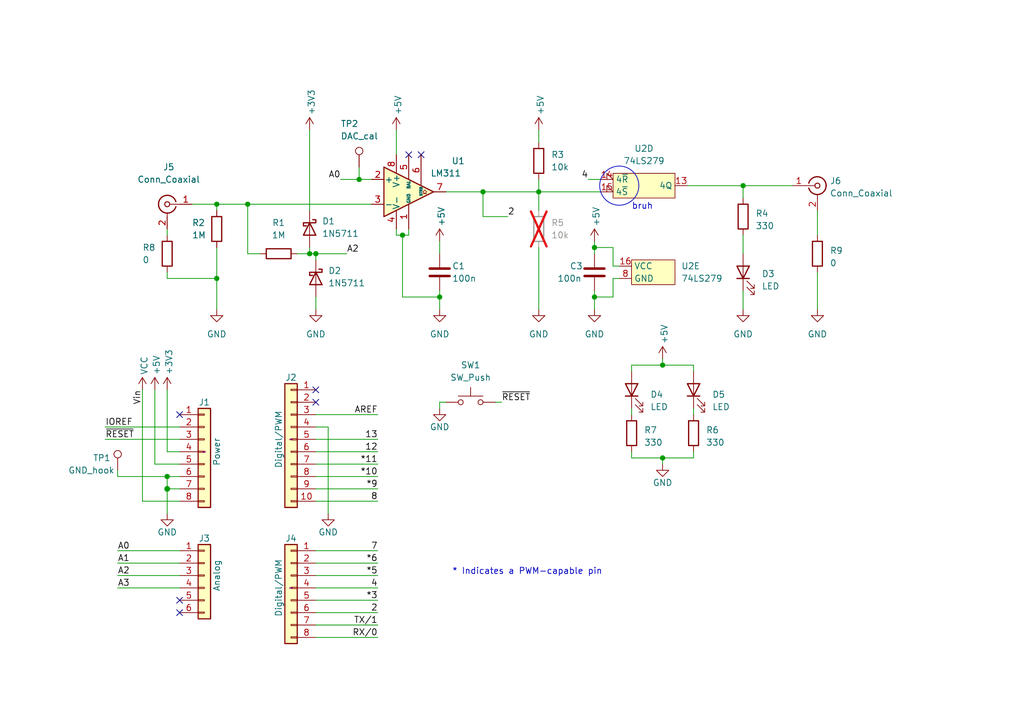
<source format=kicad_sch>
(kicad_sch (version 20230121) (generator eeschema)
  (paper "A5")
  (title_block (title "Pulsed laser ablator PLL Interface") (date "ven. 17 fevr 2023") (rev "2"))
  (lib_symbols
    (symbol "Comparator:LM311" (pin_names (offset 0.127))
      (property "Reference" "U" (at 3.81 6.35 0))
      (property "Value" "LM311" (at 3.81 3.81 0))
      (symbol "LM311_0_1"
        (polyline (pts (xy 5.08 0) (xy -5.08 5.08) (xy -5.08 -5.08) (xy 5.08 0)) (stroke (width 0.254)) (fill (type background)))
        (polyline (pts (xy 3.683 -0.381) (xy 3.302 -0.381) (xy 3.683 0) (xy 3.302 0.381) (xy 2.921 0) (xy 3.302 -0.381) (xy 2.921 -0.381)) (stroke (width 0.127)))
      )
      (symbol "LM311_1_1"
        (pin passive line (at 0 -7.62 90) (length 5.08) (name "GND") (number "1"))
        (pin input line (at -7.62 2.54 0) (length 2.54) (name "+") (number "2"))
        (pin input line (at -7.62 -2.54 0) (length 2.54) (name "-") (number "3"))
        (pin power_in line (at -2.54 -7.62 90) (length 3.81) (name "V-") (number "4"))
        (pin input line (at 0 7.62 270) (length 5.08) (name "BAL") (number "5"))
        (pin input line (at 2.54 7.62 270) (length 6.35) (name "STRB") (number "6"))
        (pin open_collector line (at 7.62 0 180) (length 2.54) (name "~") (number "7"))
        (pin power_in line (at -2.54 7.62 270) (length 3.81) (name "V+") (number "8"))
      )
    )
    (symbol "Connector:Conn_Coaxial" (pin_names (offset 1.016) hide)
      (property "Reference" "J" (at 0.254 3.048 0))
      (property "Value" "Conn_Coaxial" (at 2.921 0 90))
      (symbol "Conn_Coaxial_0_1"
        (arc (start -1.778 -0.508) (mid 0.2311 -1.8066) (end 1.778 0) (stroke (width 0.254)))
        (polyline (pts (xy -2.54 0) (xy -0.508 0)))
        (polyline (pts (xy 0 -2.54) (xy 0 -1.778)))
        (circle (center 0 0) (radius 0.508) (stroke (width 0.2032)))
        (arc (start 1.778 0) (mid 0.2099 1.8101) (end -1.778 0.508) (stroke (width 0.254)))
      )
      (symbol "Conn_Coaxial_1_1"
        (pin passive line (at -5.08 0 0) (length 2.54) (name "In") (number "1"))
        (pin passive line (at 0 -5.08 90) (length 2.54) (name "Ext") (number "2"))
      )
    )
    (symbol "Connector:TestPoint" (pin_numbers hide) (pin_names (offset 0.762) hide)
      (property "Reference" "TP" (at 0 6.858 0))
      (property "Value" "TestPoint" (at 0 5.08 0))
      (symbol "TestPoint_0_1"
        (circle (center 0 3.302) (radius 0.762))
      )
      (symbol "TestPoint_1_1"
        (pin passive line (at 0 0 90) (length 2.54) (name "1") (number "1"))
      )
    )
    (symbol "Connector_Generic:Conn_01x06" (pin_names (offset 1.016) hide)
      (property "Reference" "J" (at 0 7.62 0))
      (property "Value" "Conn_01x06" (at 0 -10.16 0))
      (symbol "Conn_01x06_1_1"
        (rectangle (start -1.27 -7.493) (end 0 -7.747) (stroke (width 0.1524)))
        (rectangle (start -1.27 -4.953) (end 0 -5.207) (stroke (width 0.1524)))
        (rectangle (start -1.27 -2.413) (end 0 -2.667) (stroke (width 0.1524)))
        (rectangle (start -1.27 0.127) (end 0 -0.127) (stroke (width 0.1524)))
        (rectangle (start -1.27 2.667) (end 0 2.413) (stroke (width 0.1524)))
        (rectangle (start -1.27 5.207) (end 0 4.953) (stroke (width 0.1524)))
        (rectangle (start -1.27 6.35) (end 1.27 -8.89) (stroke (width 0.254)) (fill (type background)))
        (pin passive line (at -5.08 5.08 0) (length 3.81) (name "Pin_1") (number "1"))
        (pin passive line (at -5.08 2.54 0) (length 3.81) (name "Pin_2") (number "2"))
        (pin passive line (at -5.08 0 0) (length 3.81) (name "Pin_3") (number "3"))
        (pin passive line (at -5.08 -2.54 0) (length 3.81) (name "Pin_4") (number "4"))
        (pin passive line (at -5.08 -5.08 0) (length 3.81) (name "Pin_5") (number "5"))
        (pin passive line (at -5.08 -7.62 0) (length 3.81) (name "Pin_6") (number "6"))
      )
    )
    (symbol "Connector_Generic:Conn_01x08" (pin_names (offset 1.016) hide)
      (property "Reference" "J" (at 0 10.16 0))
      (property "Value" "Conn_01x08" (at 0 -12.7 0))
      (symbol "Conn_01x08_1_1"
        (rectangle (start -1.27 -10.033) (end 0 -10.287) (stroke (width 0.1524)))
        (rectangle (start -1.27 -7.493) (end 0 -7.747) (stroke (width 0.1524)))
        (rectangle (start -1.27 -4.953) (end 0 -5.207) (stroke (width 0.1524)))
        (rectangle (start -1.27 -2.413) (end 0 -2.667) (stroke (width 0.1524)))
        (rectangle (start -1.27 0.127) (end 0 -0.127) (stroke (width 0.1524)))
        (rectangle (start -1.27 2.667) (end 0 2.413) (stroke (width 0.1524)))
        (rectangle (start -1.27 5.207) (end 0 4.953) (stroke (width 0.1524)))
        (rectangle (start -1.27 7.747) (end 0 7.493) (stroke (width 0.1524)))
        (rectangle (start -1.27 8.89) (end 1.27 -11.43) (stroke (width 0.254)) (fill (type background)))
        (pin passive line (at -5.08 7.62 0) (length 3.81) (name "Pin_1") (number "1"))
        (pin passive line (at -5.08 5.08 0) (length 3.81) (name "Pin_2") (number "2"))
        (pin passive line (at -5.08 2.54 0) (length 3.81) (name "Pin_3") (number "3"))
        (pin passive line (at -5.08 0 0) (length 3.81) (name "Pin_4") (number "4"))
        (pin passive line (at -5.08 -2.54 0) (length 3.81) (name "Pin_5") (number "5"))
        (pin passive line (at -5.08 -5.08 0) (length 3.81) (name "Pin_6") (number "6"))
        (pin passive line (at -5.08 -7.62 0) (length 3.81) (name "Pin_7") (number "7"))
        (pin passive line (at -5.08 -10.16 0) (length 3.81) (name "Pin_8") (number "8"))
      )
    )
    (symbol "Connector_Generic:Conn_01x10" (pin_names (offset 1.016) hide)
      (property "Reference" "J" (at 0 12.7 0))
      (property "Value" "Conn_01x10" (at 0 -15.24 0))
      (symbol "Conn_01x10_1_1"
        (rectangle (start -1.27 -12.573) (end 0 -12.827) (stroke (width 0.1524)))
        (rectangle (start -1.27 -10.033) (end 0 -10.287) (stroke (width 0.1524)))
        (rectangle (start -1.27 -7.493) (end 0 -7.747) (stroke (width 0.1524)))
        (rectangle (start -1.27 -4.953) (end 0 -5.207) (stroke (width 0.1524)))
        (rectangle (start -1.27 -2.413) (end 0 -2.667) (stroke (width 0.1524)))
        (rectangle (start -1.27 0.127) (end 0 -0.127) (stroke (width 0.1524)))
        (rectangle (start -1.27 2.667) (end 0 2.413) (stroke (width 0.1524)))
        (rectangle (start -1.27 5.207) (end 0 4.953) (stroke (width 0.1524)))
        (rectangle (start -1.27 7.747) (end 0 7.493) (stroke (width 0.1524)))
        (rectangle (start -1.27 10.287) (end 0 10.033) (stroke (width 0.1524)))
        (rectangle (start -1.27 11.43) (end 1.27 -13.97) (stroke (width 0.254)) (fill (type background)))
        (pin passive line (at -5.08 10.16 0) (length 3.81) (name "Pin_1") (number "1"))
        (pin passive line (at -5.08 -12.7 0) (length 3.81) (name "Pin_10") (number "10"))
        (pin passive line (at -5.08 7.62 0) (length 3.81) (name "Pin_2") (number "2"))
        (pin passive line (at -5.08 5.08 0) (length 3.81) (name "Pin_3") (number "3"))
        (pin passive line (at -5.08 2.54 0) (length 3.81) (name "Pin_4") (number "4"))
        (pin passive line (at -5.08 0 0) (length 3.81) (name "Pin_5") (number "5"))
        (pin passive line (at -5.08 -2.54 0) (length 3.81) (name "Pin_6") (number "6"))
        (pin passive line (at -5.08 -5.08 0) (length 3.81) (name "Pin_7") (number "7"))
        (pin passive line (at -5.08 -7.62 0) (length 3.81) (name "Pin_8") (number "8"))
        (pin passive line (at -5.08 -10.16 0) (length 3.81) (name "Pin_9") (number "9"))
      )
    )
    (symbol "Device:C" (pin_numbers hide) (pin_names (offset 0.254))
      (property "Reference" "C" (at 0.635 2.54 0))
      (property "Value" "C" (at 0.635 -2.54 0))
      (symbol "C_0_1"
        (polyline (pts (xy -2.032 -0.762) (xy 2.032 -0.762)) (stroke (width 0.508)))
        (polyline (pts (xy -2.032 0.762) (xy 2.032 0.762)) (stroke (width 0.508)))
      )
      (symbol "C_1_1"
        (pin passive line (at 0 3.81 270) (length 2.794) (name "~") (number "1"))
        (pin passive line (at 0 -3.81 90) (length 2.794) (name "~") (number "2"))
      )
    )
    (symbol "Device:D_Schottky" (pin_numbers hide) (pin_names (offset 1.016) hide)
      (property "Reference" "D" (at 0 2.54 0))
      (property "Value" "D_Schottky" (at 0 -2.54 0))
      (symbol "D_Schottky_0_1"
        (polyline (pts (xy 1.27 0) (xy -1.27 0)))
        (polyline (pts (xy 1.27 1.27) (xy 1.27 -1.27) (xy -1.27 0) (xy 1.27 1.27)) (stroke (width 0.254)))
        (polyline (pts (xy -1.905 0.635) (xy -1.905 1.27) (xy -1.27 1.27) (xy -1.27 -1.27) (xy -0.635 -1.27) (xy -0.635 -0.635)) (stroke (width 0.254)))
      )
      (symbol "D_Schottky_1_1"
        (pin passive line (at -3.81 0 0) (length 2.54) (name "K") (number "1"))
        (pin passive line (at 3.81 0 180) (length 2.54) (name "A") (number "2"))
      )
    )
    (symbol "Device:LED" (pin_numbers hide) (pin_names (offset 1.016) hide)
      (property "Reference" "D" (at 0 2.54 0))
      (property "Value" "LED" (at 0 -2.54 0))
      (symbol "LED_0_1"
        (polyline (pts (xy -1.27 -1.27) (xy -1.27 1.27)) (stroke (width 0.254)))
        (polyline (pts (xy -1.27 0) (xy 1.27 0)))
        (polyline (pts (xy 1.27 -1.27) (xy 1.27 1.27) (xy -1.27 0) (xy 1.27 -1.27)) (stroke (width 0.254)))
        (polyline (pts (xy -3.048 -0.762) (xy -4.572 -2.286) (xy -3.81 -2.286) (xy -4.572 -2.286) (xy -4.572 -1.524)))
        (polyline (pts (xy -1.778 -0.762) (xy -3.302 -2.286) (xy -2.54 -2.286) (xy -3.302 -2.286) (xy -3.302 -1.524)))
      )
      (symbol "LED_1_1"
        (pin passive line (at -3.81 0 0) (length 2.54) (name "K") (number "1"))
        (pin passive line (at 3.81 0 180) (length 2.54) (name "A") (number "2"))
      )
    )
    (symbol "Device:R" (pin_numbers hide) (pin_names (offset 0))
      (property "Reference" "R" (at 2.032 0 90))
      (property "Value" "R" (at 0 0 90))
      (symbol "R_0_1"
        (rectangle (start -1.016 -2.54) (end 1.016 2.54) (stroke (width 0.254)))
      )
      (symbol "R_1_1"
        (pin passive line (at 0 3.81 270) (length 1.27) (name "~") (number "1"))
        (pin passive line (at 0 -3.81 90) (length 1.27) (name "~") (number "2"))
      )
    )
    (symbol "Switch:SW_Push" (pin_numbers hide) (pin_names (offset 1.016) hide)
      (property "Reference" "SW" (at 1.27 2.54 0))
      (property "Value" "SW_Push" (at 0 -1.524 0))
      (symbol "SW_Push_0_1"
        (circle (center -2.032 0) (radius 0.508))
        (polyline (pts (xy 0 1.27) (xy 0 3.048)))
        (polyline (pts (xy 2.54 1.27) (xy -2.54 1.27)))
        (circle (center 2.032 0) (radius 0.508))
        (pin passive line (at -5.08 0 0) (length 2.54) (name "1") (number "1"))
        (pin passive line (at 5.08 0 180) (length 2.54) (name "2") (number "2"))
      )
    )
    (symbol "comprovat_parts:74LS279"
      (property "Reference" "U" (at -5.08 5.08 0))
      (property "Value" "74LS279" (at 2.54 -5.08 0))
      (symbol "74LS279_1_1"
        (rectangle (start -6.35 3.81) (end 6.35 -3.81) (fill (type background)))
        (pin input input_low (at -8.89 2.54 0) (length 2.54) (name "1~{R}") (number "1"))
        (pin input input_low (at -8.89 0 0) (length 2.54) (name "1~{S}1") (number "2"))
        (pin input input_low (at -8.89 -2.54 0) (length 2.54) (name "1~{S}2") (number "3"))
        (pin output line (at 8.89 0 180) (length 2.54) (name "1Q") (number "4"))
      )
      (symbol "74LS279_2_1"
        (rectangle (start -6.35 2.54) (end 6.35 -2.54) (fill (type background)))
        (pin input input_low (at -8.89 1.27 0) (length 2.54) (name "2~{R}") (number "5"))
        (pin input input_low (at -8.89 -1.27 0) (length 2.54) (name "2~{S}") (number "6"))
        (pin output line (at 8.89 0 180) (length 2.54) (name "2Q") (number "7"))
      )
      (symbol "74LS279_3_1"
        (rectangle (start -6.35 3.81) (end 6.35 -3.81) (fill (type background)))
        (pin input input_low (at -8.89 2.54 0) (length 2.54) (name "3~{R}") (number "10"))
        (pin input input_low (at -8.89 0 0) (length 2.54) (name "3~{S}1") (number "11"))
        (pin input input_low (at -8.89 -2.54 0) (length 2.54) (name "3~{S}2") (number "12"))
        (pin output line (at 8.89 0 180) (length 2.54) (name "3Q") (number "9"))
      )
      (symbol "74LS279_4_1"
        (rectangle (start -6.35 2.54) (end 6.35 -2.54) (fill (type background)))
        (pin output line (at 8.89 0 180) (length 2.54) (name "4Q") (number "13"))
        (pin input input_low (at -8.89 1.27 0) (length 2.54) (name "4~{R}") (number "14"))
        (pin input input_low (at -8.89 -1.27 0) (length 2.54) (name "4~{S}") (number "15"))
      )
      (symbol "74LS279_5_1"
        (rectangle (start -2.54 2.54) (end 6.35 -2.54) (fill (type background)))
        (rectangle (start 6.35 -1.27) (end 6.35 -1.27))
        (pin power_in line (at -5.08 1.27 0) (length 2.54) (name "VCC") (number "16"))
        (pin power_out line (at -5.08 -1.27 0) (length 2.54) (name "GND") (number "8"))
      )
    )
    (symbol "power:+3V3" (power) (pin_names (offset 0))
      (property "Value" "+3V3" (at 0 3.556 0))
      (symbol "+3V3_0_1"
        (polyline (pts (xy -0.762 1.27) (xy 0 2.54)))
        (polyline (pts (xy 0 0) (xy 0 2.54)))
        (polyline (pts (xy 0 2.54) (xy 0.762 1.27)))
      )
      (symbol "+3V3_1_1"
        (pin power_in line (at 0 0 90) (length 0) hide (name "+3V3") (number "1"))
      )
    )
    (symbol "power:+5V" (power) (pin_names (offset 0))
      (property "Value" "+5V" (at 0 3.556 0))
      (symbol "+5V_0_1"
        (polyline (pts (xy -0.762 1.27) (xy 0 2.54)))
        (polyline (pts (xy 0 0) (xy 0 2.54)))
        (polyline (pts (xy 0 2.54) (xy 0.762 1.27)))
      )
      (symbol "+5V_1_1"
        (pin power_in line (at 0 0 90) (length 0) hide (name "+5V") (number "1"))
      )
    )
    (symbol "power:GND" (power) (pin_names (offset 0))
      (property "Value" "GND" (at 0 -3.81 0))
      (symbol "GND_0_1"
        (polyline (pts (xy 0 0) (xy 0 -1.27) (xy 1.27 -1.27) (xy 0 -2.54) (xy -1.27 -1.27) (xy 0 -1.27)))
      )
      (symbol "GND_1_1"
        (pin power_in line (at 0 0 270) (length 0) hide (name "GND") (number "1"))
      )
    )
    (symbol "power:VCC" (power) (pin_names (offset 0))
      (property "Value" "VCC" (at 0 3.81 0))
      (symbol "VCC_0_1"
        (polyline (pts (xy -0.762 1.27) (xy 0 2.54)))
        (polyline (pts (xy 0 0) (xy 0 2.54)))
        (polyline (pts (xy 0 2.54) (xy 0.762 1.27)))
      )
      (symbol "VCC_1_1"
        (pin power_in line (at 0 0 90) (length 0) hide (name "VCC") (number "1"))
      )
    )
  )
  (junction (at 90.17 60.96))
  (junction (at 34.29 97.79))
  (junction (at 34.29 100.33) (diameter 1.016))
  (junction (at 44.45 41.91))
  (junction (at 99.06 39.37))
  (junction (at 63.5 52.07))
  (junction (at 135.89 93.98))
  (junction (at 121.92 60.96))
  (junction (at 82.55 48.26))
  (junction (at 135.89 74.93))
  (junction (at 50.8 41.91))
  (junction (at 73.66 36.83))
  (junction (at 44.45 57.15))
  (junction (at 110.49 39.37))
  (junction (at 121.92 50.8))
  (junction (at 152.4 38.1))
  (junction (at 64.77 52.07))
  (no_connect (at 64.77 82.55))
  (no_connect (at 86.36 31.75))
  (no_connect (at 36.83 123.19))
  (no_connect (at 64.77 80.01))
  (no_connect (at 83.82 31.75))
  (no_connect (at 36.83 125.73))
  (no_connect (at 36.83 85.09))
  (wire (pts (xy 64.77 130.81) (xy 77.47 130.81)))
  (wire (pts (xy 125.73 60.96) (xy 125.73 57.15)))
  (wire (pts (xy 64.77 97.79) (xy 77.47 97.79)))
  (wire (pts (xy 63.5 52.07) (xy 64.77 52.07)))
  (wire (pts (xy 167.64 43.18) (xy 167.64 48.26)))
  (wire (pts (xy 81.28 26.67) (xy 81.28 31.75)))
  (wire (pts (xy 34.29 97.79) (xy 34.29 100.33)))
  (wire (pts (xy 142.24 83.82) (xy 142.24 85.09)))
  (wire (pts (xy 82.55 48.26) (xy 82.55 60.96)))
  (wire (pts (xy 53.34 52.07) (xy 50.8 52.07)))
  (wire (pts (xy 34.29 100.33) (xy 34.29 105.41)))
  (wire (pts (xy 34.29 92.71) (xy 36.83 92.71)))
  (wire (pts (xy 31.75 95.25) (xy 36.83 95.25)))
  (wire (pts (xy 167.64 55.88) (xy 167.64 63.5)))
  (wire (pts (xy 31.75 80.01) (xy 31.75 95.25)))
  (wire (pts (xy 152.4 48.26) (xy 152.4 52.07)))
  (wire (pts (xy 64.77 90.17) (xy 77.47 90.17)))
  (wire (pts (xy 91.44 39.37) (xy 99.06 39.37)))
  (wire (pts (xy 34.29 80.01) (xy 34.29 92.71)))
  (wire (pts (xy 64.77 113.03) (xy 77.47 113.03)))
  (wire (pts (xy 44.45 50.8) (xy 44.45 57.15)))
  (wire (pts (xy 36.83 113.03) (xy 24.13 113.03)))
  (wire (pts (xy 64.77 92.71) (xy 77.47 92.71)))
  (wire (pts (xy 99.06 39.37) (xy 110.49 39.37)))
  (wire (pts (xy 50.8 41.91) (xy 76.2 41.91)))
  (wire (pts (xy 64.77 115.57) (xy 77.47 115.57)))
  (wire (pts (xy 90.17 59.69) (xy 90.17 60.96)))
  (wire (pts (xy 81.28 46.99) (xy 81.28 48.26)))
  (wire (pts (xy 110.49 39.37) (xy 110.49 43.18)))
  (wire (pts (xy 110.49 36.83) (xy 110.49 39.37)))
  (wire (pts (xy 73.66 34.29) (xy 73.66 36.83)))
  (wire (pts (xy 64.77 60.96) (xy 64.77 63.5)))
  (wire (pts (xy 34.29 46.99) (xy 34.29 48.26)))
  (wire (pts (xy 34.29 57.15) (xy 44.45 57.15)))
  (wire (pts (xy 64.77 100.33) (xy 77.47 100.33)))
  (wire (pts (xy 34.29 55.88) (xy 34.29 57.15)))
  (wire (pts (xy 142.24 92.71) (xy 142.24 93.98)))
  (wire (pts (xy 81.28 48.26) (xy 82.55 48.26)))
  (wire (pts (xy 64.77 120.65) (xy 77.47 120.65)))
  (wire (pts (xy 90.17 49.53) (xy 90.17 52.07)))
  (wire (pts (xy 129.54 92.71) (xy 129.54 93.98)))
  (wire (pts (xy 21.59 87.63) (xy 36.83 87.63)))
  (wire (pts (xy 121.92 60.96) (xy 125.73 60.96)))
  (wire (pts (xy 135.89 95.25) (xy 135.89 93.98)))
  (wire (pts (xy 90.17 83.82) (xy 90.17 82.55)))
  (wire (pts (xy 125.73 57.15) (xy 127 57.15)))
  (wire (pts (xy 135.89 93.98) (xy 142.24 93.98)))
  (wire (pts (xy 125.73 50.8) (xy 121.92 50.8)))
  (wire (pts (xy 67.31 87.63) (xy 67.31 105.41)))
  (wire (pts (xy 99.06 39.37) (xy 99.06 44.45)))
  (wire (pts (xy 110.49 50.8) (xy 110.49 63.5)))
  (wire (pts (xy 127 54.61) (xy 125.73 54.61)))
  (wire (pts (xy 50.8 41.91) (xy 50.8 52.07)))
  (wire (pts (xy 64.77 85.09) (xy 77.47 85.09)))
  (wire (pts (xy 120.65 36.83) (xy 123.19 36.83)))
  (wire (pts (xy 152.4 59.69) (xy 152.4 63.5)))
  (wire (pts (xy 135.89 74.93) (xy 142.24 74.93)))
  (wire (pts (xy 121.92 60.96) (xy 121.92 63.5)))
  (wire (pts (xy 90.17 60.96) (xy 90.17 63.5)))
  (wire (pts (xy 73.66 36.83) (xy 76.2 36.83)))
  (wire (pts (xy 36.83 118.11) (xy 24.13 118.11)))
  (wire (pts (xy 21.59 90.17) (xy 36.83 90.17)))
  (wire (pts (xy 82.55 60.96) (xy 90.17 60.96)))
  (wire (pts (xy 24.13 97.79) (xy 34.29 97.79)))
  (wire (pts (xy 36.83 100.33) (xy 34.29 100.33)))
  (wire (pts (xy 44.45 41.91) (xy 50.8 41.91)))
  (wire (pts (xy 121.92 59.69) (xy 121.92 60.96)))
  (wire (pts (xy 135.89 73.66) (xy 135.89 74.93)))
  (wire (pts (xy 129.54 74.93) (xy 129.54 76.2)))
  (wire (pts (xy 83.82 46.99) (xy 83.82 48.26)))
  (wire (pts (xy 36.83 102.87) (xy 29.21 102.87)))
  (wire (pts (xy 110.49 26.67) (xy 110.49 29.21)))
  (wire (pts (xy 110.49 39.37) (xy 123.19 39.37)))
  (wire (pts (xy 24.13 115.57) (xy 36.83 115.57)))
  (wire (pts (xy 44.45 57.15) (xy 44.45 63.5)))
  (wire (pts (xy 152.4 38.1) (xy 162.56 38.1)))
  (wire (pts (xy 63.5 26.67) (xy 63.5 43.18)))
  (wire (pts (xy 125.73 54.61) (xy 125.73 50.8)))
  (wire (pts (xy 64.77 52.07) (xy 71.12 52.07)))
  (wire (pts (xy 60.96 52.07) (xy 63.5 52.07)))
  (wire (pts (xy 64.77 87.63) (xy 67.31 87.63)))
  (wire (pts (xy 36.83 97.79) (xy 34.29 97.79)))
  (wire (pts (xy 152.4 38.1) (xy 152.4 40.64)))
  (wire (pts (xy 64.77 95.25) (xy 77.47 95.25)))
  (wire (pts (xy 63.5 50.8) (xy 63.5 52.07)))
  (wire (pts (xy 104.14 44.45) (xy 99.06 44.45)))
  (wire (pts (xy 142.24 76.2) (xy 142.24 74.93)))
  (wire (pts (xy 64.77 118.11) (xy 77.47 118.11)))
  (wire (pts (xy 24.13 120.65) (xy 36.83 120.65)))
  (wire (pts (xy 140.97 38.1) (xy 152.4 38.1)))
  (wire (pts (xy 121.92 50.8) (xy 121.92 52.07)))
  (wire (pts (xy 101.6 82.55) (xy 102.87 82.55)))
  (wire (pts (xy 82.55 48.26) (xy 83.82 48.26)))
  (wire (pts (xy 24.13 96.52) (xy 24.13 97.79)))
  (wire (pts (xy 44.45 41.91) (xy 44.45 43.18)))
  (wire (pts (xy 64.77 125.73) (xy 77.47 125.73)))
  (wire (pts (xy 64.77 123.19) (xy 77.47 123.19)))
  (wire (pts (xy 90.17 82.55) (xy 91.44 82.55)))
  (wire (pts (xy 121.92 49.53) (xy 121.92 50.8)))
  (wire (pts (xy 135.89 93.98) (xy 129.54 93.98)))
  (wire (pts (xy 39.37 41.91) (xy 44.45 41.91)))
  (wire (pts (xy 135.89 74.93) (xy 129.54 74.93)))
  (wire (pts (xy 69.85 36.83) (xy 73.66 36.83)))
  (wire (pts (xy 64.77 53.34) (xy 64.77 52.07)))
  (wire (pts (xy 64.77 128.27) (xy 77.47 128.27)))
  (wire (pts (xy 29.21 102.87) (xy 29.21 80.01)))
  (wire (pts (xy 129.54 83.82) (xy 129.54 85.09)))
  (wire (pts (xy 64.77 102.87) (xy 77.47 102.87)))
  (circle (center 127 38.1) (radius 4.0161))
  (text "bruh" (at 129.54 43.18 0) (effects (font (size 1.27 1.27)) (justify left bottom)))
  (text "* Indicates a PWM-capable pin" (at 92.71 118.11 0) (effects (font (size 1.27 1.27)) (justify left bottom)))
  (label "RX{slash}0" (at 77.47 130.81 180))
  (label "A2" (at 24.13 118.11 0))
  (label "4" (at 77.47 120.65 180))
  (label "2" (at 77.47 125.73 180))
  (label "A3" (at 24.13 120.65 0))
  (label "13" (at 77.47 90.17 180))
  (label "12" (at 77.47 92.71 180))
  (label "~{RESET}" (at 102.87 82.55 0))
  (label "~{RESET}" (at 21.59 90.17 0))
  (label "*10" (at 77.47 97.79 180))
  (label "A2" (at 71.12 52.07 0))
  (label "4" (at 120.65 36.83 180))
  (label "A0" (at 69.85 36.83 180))
  (label "7" (at 77.47 113.03 180))
  (label "8" (at 77.47 102.87 180))
  (label "*11" (at 77.47 95.25 180))
  (label "*3" (at 77.47 123.19 180))
  (label "A1" (at 24.13 115.57 0))
  (label "TX{slash}1" (at 77.47 128.27 180))
  (label "A0" (at 24.13 113.03 0))
  (label "AREF" (at 77.47 85.09 180))
  (label "2" (at 104.14 44.45 0))
  (label "Vin" (at 29.21 80.01 270))
  (label "*6" (at 77.47 115.57 180))
  (label "*9" (at 77.47 100.33 180))
  (label "*5" (at 77.47 118.11 180))
  (label "IOREF" (at 21.59 87.63 0))
  (symbol (lib_id "Connector_Generic:Conn_01x08") (at 41.91 92.71 0) (unit 1)
    (property "Reference" "J1" (at 41.91 82.55 0))
    (property "Value" "Power" (at 44.45 92.71 90))
    (property "Footprint" "Connector_PinHeader_2.54mm:PinHeader_1x08_P2.54mm_Vertical" (effects hide))
    (property "Datasheet" "~" (at 41.91 92.71 0))
  )
  (symbol (lib_id "power:+3V3") (at 34.29 80.01 0) (unit 1)
    (property "Reference" "#PWR03" (effects hide))
    (property "Value" "+3.3V" (at 34.671 76.962 90) (effects (justify left)))
  )
  (symbol (lib_id "power:+5V") (at 31.75 80.01 0) (unit 1)
    (property "Reference" "#PWR02" (effects hide))
    (property "Value" "+5V" (at 32.1056 76.962 90) (effects (justify left)))
  )
  (symbol (lib_id "power:GND") (at 34.29 105.41 0) (unit 1)
    (property "Reference" "#PWR04" (effects hide))
    (property "Value" "GND" (at 34.29 109.22 0))
  )
  (symbol (lib_id "Connector_Generic:Conn_01x10") (at 59.69 90.17 0) (mirror y) (unit 1)
    (property "Reference" "J2" (at 59.69 77.47 0))
    (property "Value" "Digital/PWM" (at 57.15 90.17 90))
    (property "Footprint" "Connector_PinHeader_2.54mm:PinHeader_1x10_P2.54mm_Vertical" (effects hide))
    (property "Datasheet" "~" (at 59.69 90.17 0))
  )
  (symbol (lib_id "power:GND") (at 67.31 105.41 0) (unit 1)
    (property "Reference" "#PWR05" (effects hide))
    (property "Value" "GND" (at 67.31 109.22 0))
  )
  (symbol (lib_id "Connector_Generic:Conn_01x06") (at 41.91 118.11 0) (unit 1)
    (property "Reference" "J3" (at 41.91 110.49 0))
    (property "Value" "Analog" (at 44.45 118.11 90))
    (property "Footprint" "Connector_PinHeader_2.54mm:PinHeader_1x06_P2.54mm_Vertical" (effects hide))
  )
  (symbol (lib_id "Connector_Generic:Conn_01x08") (at 59.69 120.65 0) (mirror y) (unit 1)
    (property "Reference" "J4" (at 59.69 110.49 0))
    (property "Value" "Digital/PWM" (at 57.15 120.65 90))
    (property "Footprint" "Connector_PinHeader_2.54mm:PinHeader_1x08_P2.54mm_Vertical" (effects hide))
    (property "Datasheet" "~" (at 59.69 120.65 0))
  )
  (symbol (lib_id "power:GND") (at 90.17 63.5 0) (unit 1)
    (property "Reference" "#PWR012" (effects hide))
    (property "Value" "GND" (at 90.17 68.58 0))
  )
  (symbol (lib_id "power:GND") (at 167.64 63.5 0) (unit 1)
    (property "Reference" "#PWR017" (effects hide))
    (property "Value" "GND" (at 167.64 68.58 0))
  )
  (symbol (lib_id "Device:LED") (at 129.54 80.01 90) (unit 1)
    (property "Reference" "D4" (at 133.35 80.9625 90) (effects (justify right)))
    (property "Value" "LED" (at 133.35 83.5025 90) (effects (justify right)))
    (property "Footprint" "LED_SMD:LED_0805_2012Metric_Pad1.15x1.40mm_HandSolder" (effects hide))
  )
  (symbol (lib_id "power:+5V") (at 121.92 49.53 0) (unit 1)
    (property "Reference" "#PWR014" (effects hide))
    (property "Value" "+5V" (at 122.2756 46.482 90) (effects (justify left)))
  )
  (symbol (lib_id "Connector:TestPoint") (at 73.66 34.29 0) (unit 1)
    (property "Reference" "TP2" (at 69.85 25.4 0) (effects (justify left)))
    (property "Value" "DAC_cal" (at 69.85 27.94 0) (effects (justify left)))
    (property "Footprint" "Connector_PinHeader_2.54mm:PinHeader_1x01_P2.54mm_Vertical" (effects hide))
  )
  (symbol (lib_id "Device:R") (at 57.15 52.07 90) (unit 1)
    (property "Reference" "R1" (at 57.15 45.72 90))
    (property "Value" "1M" (at 57.15 48.26 90))
    (property "Footprint" "Resistor_SMD:R_0805_2012Metric_Pad1.20x1.40mm_HandSolder" (effects hide))
  )
  (symbol (lib_id "Device:LED") (at 142.24 80.01 90) (unit 1)
    (property "Reference" "D5" (at 146.05 80.9625 90) (effects (justify right)))
    (property "Value" "LED" (at 146.05 83.5025 90) (effects (justify right)))
    (property "Footprint" "LED_SMD:LED_0805_2012Metric_Pad1.15x1.40mm_HandSolder" (effects hide))
  )
  (symbol (lib_id "Device:C") (at 121.92 55.88 0) (unit 1)
    (property "Reference" "C3" (at 116.84 54.61 0) (effects (justify left)))
    (property "Value" "100n" (at 114.3 57.15 0) (effects (justify left)))
    (property "Footprint" "Capacitor_SMD:C_0805_2012Metric_Pad1.18x1.45mm_HandSolder" (effects hide))
  )
  (symbol (lib_id "power:+5V") (at 110.49 26.67 0) (unit 1)
    (property "Reference" "#PWR013" (effects hide))
    (property "Value" "+5V" (at 110.8456 23.622 90) (effects (justify left)))
  )
  (symbol (lib_id "power:GND") (at 110.49 63.5 0) (unit 1)
    (property "Reference" "#PWR018" (effects hide))
    (property "Value" "GND" (at 110.49 68.58 0))
  )
  (symbol (lib_id "power:VCC") (at 29.21 80.01 0) (unit 1)
    (property "Reference" "#PWR01" (effects hide))
    (property "Value" "VCC" (at 29.591 76.962 90) (effects (justify left)))
  )
  (symbol (lib_id "Connector:Conn_Coaxial") (at 34.29 41.91 0) (mirror y) (unit 1)
    (property "Reference" "J5" (at 34.6074 34.29 0))
    (property "Value" "Conn_Coaxial" (at 34.6074 36.83 0))
    (property "Footprint" "Connector_Coaxial:BNC_Amphenol_B6252HB-NPP3G-50_Horizontal" (effects hide))
    (property "Datasheet" " ~" (effects hide))
  )
  (symbol (lib_id "power:GND") (at 121.92 63.5 0) (unit 1)
    (property "Reference" "#PWR015" (effects hide))
    (property "Value" "GND" (at 121.92 68.58 0))
  )
  (symbol (lib_id "Switch:SW_Push") (at 96.52 82.55 0) (unit 1)
    (property "Reference" "SW1" (at 96.52 74.93 0))
    (property "Value" "SW_Push" (at 96.52 77.47 0))
    (property "Footprint" "Button_Switch_THT:SW_Tactile_SPST_Angled_PTS645Vx39-2LFS" (effects hide))
  )
  (symbol (lib_id "power:+5V") (at 81.28 26.67 0) (unit 1)
    (property "Reference" "#PWR010" (effects hide))
    (property "Value" "+5V" (at 81.6356 23.622 90) (effects (justify left)))
  )
  (symbol (lib_id "Device:C") (at 90.17 55.88 0) (unit 1)
    (property "Reference" "C1" (at 92.71 54.61 0) (effects (justify left)))
    (property "Value" "100n" (at 92.71 57.15 0) (effects (justify left)))
    (property "Footprint" "Capacitor_SMD:C_0805_2012Metric_Pad1.18x1.45mm_HandSolder" (effects hide))
  )
  (symbol (lib_id "power:+5V") (at 90.17 49.53 0) (unit 1)
    (property "Reference" "#PWR011" (effects hide))
    (property "Value" "+5V" (at 90.5256 46.482 90) (effects (justify left)))
  )
  (symbol (lib_id "power:+5V") (at 135.89 73.66 0) (unit 1)
    (property "Reference" "#PWR020" (effects hide))
    (property "Value" "+5V" (at 136.2456 70.612 90) (effects (justify left)))
  )
  (symbol (lib_id "comprovat_parts:74LS279") (at 132.08 55.88 0) (unit 5)
    (property "Reference" "U2" (at 139.7 54.6099 0) (effects (justify left)))
    (property "Value" "74LS279" (at 139.7 57.1499 0) (effects (justify left)))
    (property "Footprint" "Package_DIP:DIP-16_W7.62mm_Socket_LongPads" (effects hide))
  )
  (symbol (lib_id "power:GND") (at 90.17 83.82 0) (unit 1)
    (property "Reference" "#PWR0101" (effects hide))
    (property "Value" "GND" (at 90.17 87.63 0))
  )
  (symbol (lib_id "power:GND") (at 44.45 63.5 0) (unit 1)
    (property "Reference" "#PWR09" (effects hide))
    (property "Value" "GND" (at 44.45 68.58 0))
  )
  (symbol (lib_id "Connector:Conn_Coaxial") (at 167.64 38.1 0) (unit 1)
    (property "Reference" "J6" (at 170.18 37.1231 0) (effects (justify left)))
    (property "Value" "Conn_Coaxial" (at 170.18 39.6631 0) (effects (justify left)))
    (property "Footprint" "Connector_Coaxial:BNC_Amphenol_B6252HB-NPP3G-50_Horizontal" (effects hide))
    (property "Datasheet" " ~" (effects hide))
  )
  (symbol (lib_id "Device:D_Schottky") (at 63.5 46.99 270) (unit 1)
    (property "Reference" "D1" (at 66.04 45.4024 90) (effects (justify left)))
    (property "Value" "1N5711" (at 66.04 47.9424 90) (effects (justify left)))
    (property "Footprint" "Diode_SMD:D_SOD-123" (effects hide))
  )
  (symbol (lib_id "Device:R") (at 34.29 52.07 0) (unit 1)
    (property "Reference" "R8" (at 29.21 50.8 0) (effects (justify left)))
    (property "Value" "0" (at 29.21 53.34 0) (effects (justify left)))
    (property "Footprint" "Resistor_SMD:R_0805_2012Metric_Pad1.20x1.40mm_HandSolder" (effects hide))
  )
  (symbol (lib_id "Device:D_Schottky") (at 64.77 57.15 270) (unit 1)
    (property "Reference" "D2" (at 67.31 55.5624 90) (effects (justify left)))
    (property "Value" "1N5711" (at 67.31 58.1024 90) (effects (justify left)))
    (property "Footprint" "Diode_SMD:D_SOD-123" (effects hide))
  )
  (symbol (lib_id "Device:R") (at 167.64 52.07 0) (unit 1)
    (property "Reference" "R9" (at 170.18 51.435 0) (effects (justify left)))
    (property "Value" "0" (at 170.18 53.975 0) (effects (justify left)))
    (property "Footprint" "Resistor_SMD:R_0805_2012Metric_Pad1.20x1.40mm_HandSolder" (effects hide))
  )
  (symbol (lib_id "Device:R") (at 142.24 88.9 180) (unit 1)
    (property "Reference" "R6" (at 144.78 88.265 0) (effects (justify right)))
    (property "Value" "330" (at 144.78 90.805 0) (effects (justify right)))
    (property "Footprint" "Resistor_SMD:R_0805_2012Metric_Pad1.20x1.40mm_HandSolder" (effects hide))
  )
  (symbol (lib_id "Device:LED") (at 152.4 55.88 90) (unit 1)
    (property "Reference" "D3" (at 156.21 56.1974 90) (effects (justify right)))
    (property "Value" "LED" (at 156.21 58.7374 90) (effects (justify right)))
    (property "Footprint" "LED_THT:LED_D5.0mm" (effects hide))
  )
  (symbol (lib_id "power:GND") (at 64.77 63.5 0) (unit 1)
    (property "Reference" "#PWR08" (effects hide))
    (property "Value" "GND" (at 64.77 68.58 0))
  )
  (symbol (lib_id "Device:R") (at 129.54 88.9 0) (unit 1)
    (property "Reference" "R7" (at 132.08 88.265 0) (effects (justify left)))
    (property "Value" "330" (at 132.08 90.805 0) (effects (justify left)))
    (property "Footprint" "Resistor_SMD:R_0805_2012Metric_Pad1.20x1.40mm_HandSolder" (effects hide))
  )
  (symbol (lib_id "power:GND") (at 152.4 63.5 0) (unit 1)
    (property "Reference" "#PWR016" (effects hide))
    (property "Value" "GND" (at 152.4 68.58 0))
  )
  (symbol (lib_id "Comparator:LM311") (at 83.82 39.37 0) (unit 1)
    (property "Reference" "U1" (at 93.98 33.02 0))
    (property "Value" "LM311" (at 91.44 35.56 0))
    (property "Footprint" "Package_DIP:DIP-8_W7.62mm_Socket_LongPads" (effects hide))
    (property "Datasheet" "https://www.st.com/resource/en/datasheet/lm311.pdf" (effects hide))
  )
  (symbol (lib_id "power:GND") (at 135.89 95.25 0) (unit 1)
    (property "Reference" "#PWR019" (effects hide))
    (property "Value" "GND" (at 135.89 99.06 0))
  )
  (symbol (lib_id "Device:R") (at 44.45 46.99 0) (unit 1)
    (property "Reference" "R2" (at 39.37 45.72 0) (effects (justify left)))
    (property "Value" "1M" (at 39.37 48.26 0) (effects (justify left)))
    (property "Footprint" "Resistor_SMD:R_0805_2012Metric_Pad1.20x1.40mm_HandSolder" (effects hide))
  )
  (symbol (lib_id "Device:R") (at 110.49 33.02 0) (unit 1)
    (property "Reference" "R3" (at 113.03 31.7499 0) (effects (justify left)))
    (property "Value" "10k" (at 113.03 34.2899 0) (effects (justify left)))
    (property "Footprint" "Resistor_SMD:R_0805_2012Metric_Pad1.20x1.40mm_HandSolder" (effects hide))
  )
  (symbol (lib_id "Connector:TestPoint") (at 24.13 96.52 0) (unit 1)
    (property "Reference" "TP1" (at 19.05 93.98 0) (effects (justify left)))
    (property "Value" "GND_hook" (at 13.97 96.52 0) (effects (justify left)))
    (property "Footprint" "Connector_PinHeader_2.54mm:PinHeader_1x01_P2.54mm_Vertical" (effects hide))
  )
  (symbol (lib_id "Device:R") (at 152.4 44.45 0) (unit 1)
    (property "Reference" "R4" (at 154.94 43.815 0) (effects (justify left)))
    (property "Value" "330" (at 154.94 46.355 0) (effects (justify left)))
    (property "Footprint" "Resistor_SMD:R_0805_2012Metric_Pad1.20x1.40mm_HandSolder" (effects hide))
  )
  (symbol (lib_id "comprovat_parts:74LS279") (at 132.08 38.1 0) (unit 4)
    (property "Reference" "U2" (at 132.08 30.48 0))
    (property "Value" "74LS279" (at 132.08 33.02 0))
    (property "Footprint" "Package_DIP:DIP-16_W7.62mm_Socket_LongPads" (effects hide))
  )
  (symbol (lib_id "power:+3V3") (at 63.5 26.67 0) (unit 1)
    (property "Reference" "#PWR07" (effects hide))
    (property "Value" "+3.3V" (at 63.881 23.622 90) (effects (justify left)))
  )
  (symbol (lib_id "Device:R") (at 110.49 46.99 0) (unit 1) (dnp yes)
    (property "Reference" "R5" (at 113.03 45.7199 0) (effects (justify left)))
    (property "Value" "10k" (at 113.03 48.2599 0) (effects (justify left)))
    (property "Footprint" "Resistor_SMD:R_0805_2012Metric_Pad1.20x1.40mm_HandSolder" (effects hide))
  )
)
</source>
